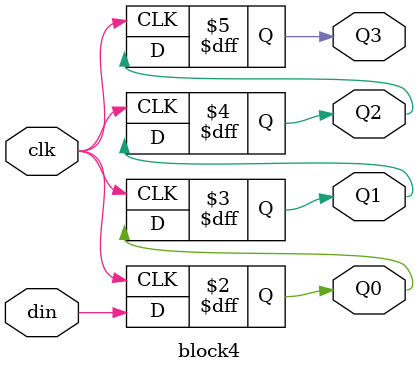
<source format=v>
module block4(Q0,Q1,Q2,Q3,din,clk);
output Q0,Q1,Q2,Q3;
input clk,din;
reg Q0,Q1,Q2,Q3;

always @(posedge clk)
  	begin
    	Q3<=Q2;
	Q1<=Q0;
	Q2<=Q1;
	Q0<=din;
  	end
endmodule

</source>
